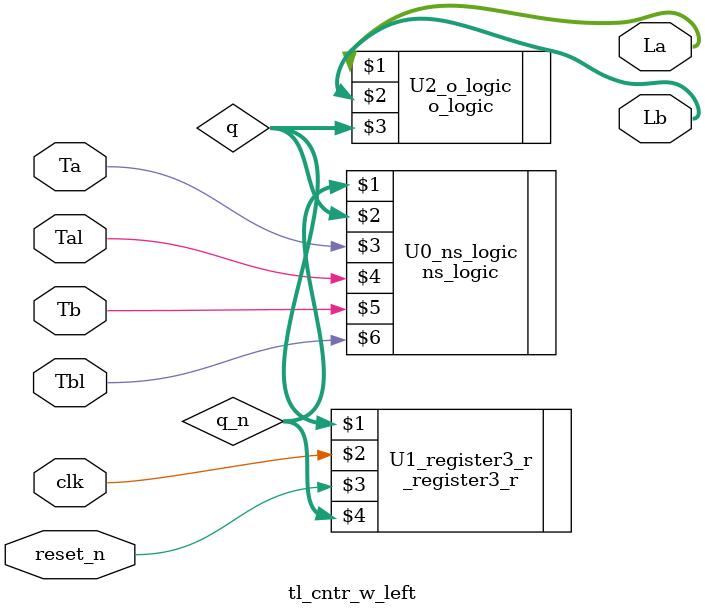
<source format=v>
module tl_cntr_w_left(La, Lb, clk, reset_n, Ta, Tal, Tb, Tbl);	//traffic controller with left
	input clk, reset_n, Ta, Tal, Tb, Tbl;
	output[1:0] La, Lb;
	
	wire[2:0] q, q_n;
	
	ns_logic U0_ns_logic(q_n, q, Ta, Tal, Tb, Tbl);		//next state logic
	_register3_r U1_register3_r(q, clk, reset_n, q_n);		//register
	o_logic U2_o_logic(La, Lb, q);		//output logic

endmodule

</source>
